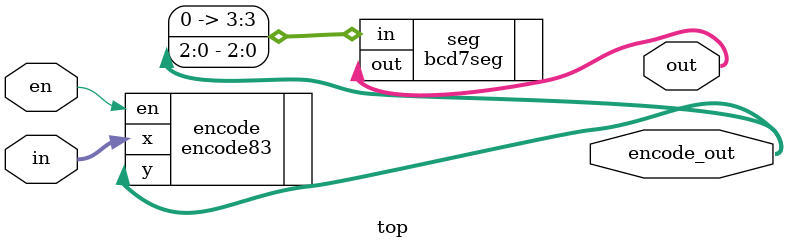
<source format=v>
module top(
  input [7:0] in,
  input en,
  output [6:0] out,
  output [2:0] encode_out
);

//wire [2:0] encode_out;

encode83 encode(.x(in), .en(en), .y(encode_out));
bcd7seg seg(.in({1'b0, encode_out}), .out(out));

endmodule

</source>
